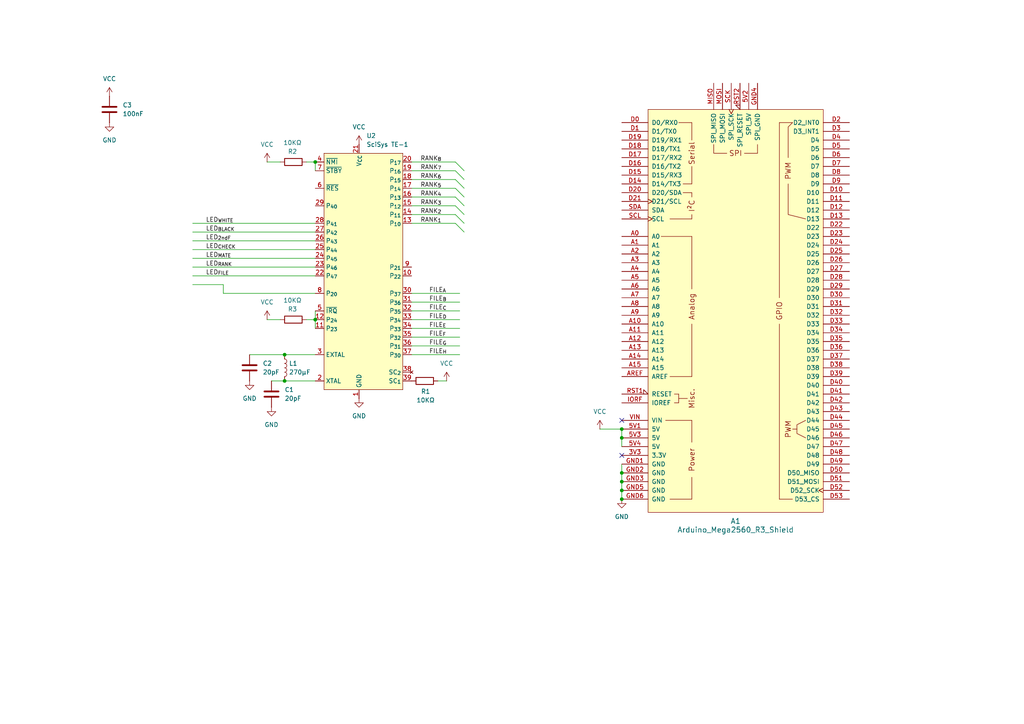
<source format=kicad_sch>
(kicad_sch (version 20250114) (generator "eeschema") (generator_version "9.0")
  (paper "A4")
  (title_block (title "LogiChess-Arduino for testing") (date "10/JAN/2026") (rev "WIP") (company "Brett Hallen"))
  (lib_symbols
    (symbol "Clueless_Engineer:SciSys TE-1"
      (property "Reference" "U2" (at 2.1433 0 0))
      (property "Value" "SciSys TE-1" (at 2.1433 -2.54 0))
      (symbol "SciSys TE-1_1_1"
        (text_box "" (at -10.16 -5.08 0) (size 22.86 -68.58) (margins 1.016 1.016 1.016 1.016) (fill (type color) (color 255 255 194 1)) (effects (font (size 1.27 1.27)) (justify left top)))
        (pin input line (at -12.7 -7.62 0) (length 2.54) (name "~{NMI}") (number "4"))
        (pin input line (at -12.7 -10.16 0) (length 2.54) (name "~{STBY}") (number "7"))
        (pin input line (at -12.7 -15.24 0) (length 2.54) (name "~{RES}") (number "6"))
        (pin output line (at -12.7 -20.32 0) (length 2.54) (name "P_{40}") (number "29"))
        (pin output line (at -12.7 -25.4 0) (length 2.54) (name "P_{41}") (number "28"))
        (pin output line (at -12.7 -27.94 0) (length 2.54) (name "P_{42}") (number "27"))
        (pin output line (at -12.7 -30.48 0) (length 2.54) (name "P_{43}") (number "26"))
        (pin output line (at -12.7 -33.02 0) (length 2.54) (name "P_{44}") (number "25"))
        (pin output line (at -12.7 -35.56 0) (length 2.54) (name "P_{45}") (number "24"))
        (pin output line (at -12.7 -38.1 0) (length 2.54) (name "P_{46}") (number "23"))
        (pin output line (at -12.7 -40.64 0) (length 2.54) (name "P_{47}") (number "22"))
        (pin input line (at -12.7 -45.72 0) (length 2.54) (name "P_{20}") (number "8"))
        (pin input line (at -12.7 -50.8 0) (length 2.54) (name "~{IRQ}") (number "5"))
        (pin input line (at -12.7 -53.34 0) (length 2.54) (name "P_{24}") (number "12"))
        (pin input line (at -12.7 -55.88 0) (length 2.54) (name "P_{23}") (number "11"))
        (pin passive line (at -12.7 -63.5 0) (length 2.54) (name "EXTAL") (number "3"))
        (pin passive line (at -12.7 -71.12 0) (length 2.54) (name "XTAL") (number "2"))
        (pin power_in line (at 0 -2.54 270) (length 2.54) (name "V_{CC}") (number "21"))
        (pin power_in line (at 0 -76.2 90) (length 2.54) (name "GND") (number "1"))
        (pin input line (at 15.24 -7.62 180) (length 2.54) (name "P_{17}") (number "20"))
        (pin input line (at 15.24 -10.16 180) (length 2.54) (name "P_{16}") (number "19"))
        (pin input line (at 15.24 -12.7 180) (length 2.54) (name "P_{15}") (number "18"))
        (pin input line (at 15.24 -15.24 180) (length 2.54) (name "P_{14}") (number "17"))
        (pin input line (at 15.24 -17.78 180) (length 2.54) (name "P_{13}") (number "16"))
        (pin input line (at 15.24 -20.32 180) (length 2.54) (name "P_{12}") (number "15"))
        (pin input line (at 15.24 -22.86 180) (length 2.54) (name "P_{11}") (number "14"))
        (pin input line (at 15.24 -25.4 180) (length 2.54) (name "P_{10}") (number "13"))
        (pin input line (at 15.24 -38.1 180) (length 2.54) (name "P_{21}") (number "9"))
        (pin input line (at 15.24 -40.64 180) (length 2.54) (name "P_{22}") (number "10"))
        (pin output line (at 15.24 -45.72 180) (length 2.54) (name "P_{37}") (number "30"))
        (pin output line (at 15.24 -48.26 180) (length 2.54) (name "P_{36}") (number "31"))
        (pin output line (at 15.24 -50.8 180) (length 2.54) (name "P_{35}") (number "32"))
        (pin output line (at 15.24 -53.34 180) (length 2.54) (name "P_{34}") (number "33"))
        (pin output line (at 15.24 -55.88 180) (length 2.54) (name "P_{33}") (number "34"))
        (pin output line (at 15.24 -58.42 180) (length 2.54) (name "P_{32}") (number "35"))
        (pin output line (at 15.24 -60.96 180) (length 2.54) (name "P_{31}") (number "36"))
        (pin output line (at 15.24 -63.5 180) (length 2.54) (name "P_{30}") (number "37"))
        (pin no_connect line (at 15.24 -68.58 180) (length 2.54) (name "SC_{2}") (number "38"))
        (pin input line (at 15.24 -71.12 180) (length 2.54) (name "SC_{1}") (number "39"))
      )
    )
    (symbol "Device:C" (pin_numbers (hide yes)) (pin_names (offset 0.254))
      (property "Reference" "C" (at 0.635 2.54 0))
      (property "Value" "C" (at 0.635 -2.54 0))
      (symbol "C_0_1"
        (polyline (pts (xy -2.032 0.762) (xy 2.032 0.762)) (stroke (width 0.508)))
        (polyline (pts (xy -2.032 -0.762) (xy 2.032 -0.762)) (stroke (width 0.508)))
      )
      (symbol "C_1_1"
        (pin passive line (at 0 3.81 270) (length 2.794) (name "~") (number "1"))
        (pin passive line (at 0 -3.81 90) (length 2.794) (name "~") (number "2"))
      )
    )
    (symbol "Device:L" (pin_numbers (hide yes)) (pin_names (offset 1.016) (hide yes))
      (property "Reference" "L" (at -1.27 0 90))
      (property "Value" "L" (at 1.905 0 90))
      (symbol "L_0_1"
        (arc (start 0 2.54) (mid 0.6323 1.905) (end 0 1.27))
        (arc (start 0 1.27) (mid 0.6323 0.635) (end 0 0))
        (arc (start 0 0) (mid 0.6323 -0.635) (end 0 -1.27))
        (arc (start 0 -1.27) (mid 0.6323 -1.905) (end 0 -2.54))
      )
      (symbol "L_1_1"
        (pin passive line (at 0 3.81 270) (length 1.27) (name "1") (number "1"))
        (pin passive line (at 0 -3.81 90) (length 1.27) (name "2") (number "2"))
      )
    )
    (symbol "Device:R" (pin_numbers (hide yes)) (pin_names (offset 0))
      (property "Reference" "R" (at 2.032 0 90))
      (property "Value" "R" (at 0 0 90))
      (symbol "R_0_1"
        (rectangle (start -1.016 -2.54) (end 1.016 2.54) (stroke (width 0.254)))
      )
      (symbol "R_1_1"
        (pin passive line (at 0 3.81 270) (length 1.27) (name "~") (number "1"))
        (pin passive line (at 0 -3.81 90) (length 1.27) (name "~") (number "2"))
      )
    )
    (symbol "arduino-library:Arduino_Mega2560_R3_Shield" (pin_names (offset 1.016))
      (property "Reference" "A" (at 0 -62.23 0))
      (property "Value" "Arduino_Mega2560_R3_Shield" (at 0 -66.04 0))
      (symbol "Arduino_Mega2560_R3_Shield_0_0"
        (rectangle (start -25.4 -58.42) (end 25.4 58.42) (fill (type background)))
        (polyline (pts (xy -21.59 21.59) (xy -12.7 21.59)))
        (rectangle (start -20.32 -31.75) (end -12.7 -31.75))
        (rectangle (start -19.05 26.67) (end -12.7 26.67))
        (rectangle (start -19.05 -19.05) (end -12.7 -19.05))
        (rectangle (start -19.05 -54.61) (end -12.7 -54.61))
        (rectangle (start -17.78 -24.13) (end -16.51 -24.13))
        (rectangle (start -17.78 -26.67) (end -16.51 -26.67))
        (rectangle (start -16.51 54.61) (end -12.7 54.61))
        (rectangle (start -16.51 -24.13) (end -16.51 -26.67))
        (rectangle (start -16.51 -25.4) (end -13.97 -25.4))
        (rectangle (start -15.24 36.83) (end -12.7 36.83))
        (rectangle (start -15.24 34.29) (end -12.7 34.29))
        (rectangle (start -12.7 49.53) (end -12.7 54.61))
        (rectangle (start -12.7 41.91) (end -12.7 36.83))
        (rectangle (start -12.7 34.29) (end -12.7 33.02))
        (rectangle (start -12.7 26.67) (end -12.7 27.94))
        (polyline (pts (xy -12.7 6.35) (xy -12.7 21.59)))
        (polyline (pts (xy -12.7 -19.05) (xy -12.7 -3.81)))
        (rectangle (start -12.7 -31.75) (end -12.7 -38.1))
        (rectangle (start -12.7 -54.61) (end -12.7 -48.26))
        (rectangle (start -6.35 48.26) (end -6.35 45.72))
        (rectangle (start -2.54 45.72) (end -6.35 45.72))
        (rectangle (start 6.35 48.26) (end 6.35 45.72))
        (rectangle (start 6.35 45.72) (end 2.54 45.72))
        (polyline (pts (xy 12.7 54.61) (xy 16.51 54.61)))
        (polyline (pts (xy 12.7 -54.61) (xy 16.51 -54.61)))
        (polyline (pts (xy 15.24 44.45) (xy 15.24 53.34) (xy 16.51 54.61)))
        (polyline (pts (xy 15.24 36.83) (xy 15.24 27.94) (xy 20.32 26.67)))
        (polyline (pts (xy 17.78 -34.29) (xy 16.51 -34.29)))
        (polyline (pts (xy 20.32 -31.75) (xy 17.78 -33.02) (xy 17.78 -35.56) (xy 20.32 -36.83)))
        (text "Serial" (at -12.7 45.72 900) (effects (font (size 1.524 1.524))))
        (text "I²C" (at -12.7 30.48 900) (effects (font (size 1.524 1.524))))
        (text "Analog" (at -12.7 1.27 900) (effects (font (size 1.524 1.524))))
        (text "Misc." (at -12.7 -25.4 900) (effects (font (size 1.524 1.524))))
        (text "Power" (at -12.7 -43.18 900) (effects (font (size 1.524 1.524))))
        (text "SPI" (at 0 45.72 0) (effects (font (size 1.524 1.524))))
        (text "PWM" (at 15.24 40.64 900) (effects (font (size 1.524 1.524))))
        (text "PWM" (at 15.24 -34.29 900) (effects (font (size 1.524 1.524))))
      )
      (symbol "Arduino_Mega2560_R3_Shield_1_0"
        (rectangle (start 12.7 54.61) (end 12.7 3.81))
        (rectangle (start 12.7 -54.61) (end 12.7 -3.81))
        (text "GPIO" (at 12.7 0 900) (effects (font (size 1.524 1.524))))
      )
      (symbol "Arduino_Mega2560_R3_Shield_1_1"
        (pin bidirectional line (at -33.02 54.61 0) (length 7.62) (name "D0/RX0") (number "D0"))
        (pin bidirectional line (at -33.02 52.07 0) (length 7.62) (name "D1/TX0") (number "D1"))
        (pin bidirectional line (at -33.02 49.53 0) (length 7.62) (name "D19/RX1") (number "D19"))
        (pin bidirectional line (at -33.02 46.99 0) (length 7.62) (name "D18/TX1") (number "D18"))
        (pin bidirectional line (at -33.02 44.45 0) (length 7.62) (name "D17/RX2") (number "D17"))
        (pin bidirectional line (at -33.02 41.91 0) (length 7.62) (name "D16/TX2") (number "D16"))
        (pin bidirectional line (at -33.02 39.37 0) (length 7.62) (name "D15/RX3") (number "D15"))
        (pin bidirectional line (at -33.02 36.83 0) (length 7.62) (name "D14/TX3") (number "D14"))
        (pin bidirectional line (at -33.02 34.29 0) (length 7.62) (name "D20/SDA") (number "D20"))
        (pin bidirectional clock (at -33.02 31.75 0) (length 7.62) (name "D21/SCL") (number "D21"))
        (pin bidirectional line (at -33.02 29.21 0) (length 7.62) (name "SDA") (number "SDA"))
        (pin bidirectional clock (at -33.02 26.67 0) (length 7.62) (name "SCL") (number "SCL"))
        (pin bidirectional line (at -33.02 21.59 0) (length 7.62) (name "A0") (number "A0"))
        (pin bidirectional line (at -33.02 19.05 0) (length 7.62) (name "A1") (number "A1"))
        (pin bidirectional line (at -33.02 16.51 0) (length 7.62) (name "A2") (number "A2"))
        (pin bidirectional line (at -33.02 13.97 0) (length 7.62) (name "A3") (number "A3"))
        (pin bidirectional line (at -33.02 11.43 0) (length 7.62) (name "A4") (number "A4"))
        (pin bidirectional line (at -33.02 8.89 0) (length 7.62) (name "A5") (number "A5"))
        (pin bidirectional line (at -33.02 6.35 0) (length 7.62) (name "A6") (number "A6"))
        (pin bidirectional line (at -33.02 3.81 0) (length 7.62) (name "A7") (number "A7"))
        (pin bidirectional line (at -33.02 1.27 0) (length 7.62) (name "A8") (number "A8"))
        (pin bidirectional line (at -33.02 -1.27 0) (length 7.62) (name "A9") (number "A9"))
        (pin bidirectional line (at -33.02 -3.81 0) (length 7.62) (name "A10") (number "A10"))
        (pin bidirectional line (at -33.02 -6.35 0) (length 7.62) (name "A11") (number "A11"))
        (pin bidirectional line (at -33.02 -8.89 0) (length 7.62) (name "A12") (number "A12"))
        (pin bidirectional line (at -33.02 -11.43 0) (length 7.62) (name "A13") (number "A13"))
        (pin bidirectional line (at -33.02 -13.97 0) (length 7.62) (name "A14") (number "A14"))
        (pin bidirectional line (at -33.02 -16.51 0) (length 7.62) (name "A15") (number "A15"))
        (pin input line (at -33.02 -19.05 0) (length 7.62) (name "AREF") (number "AREF"))
        (pin open_collector input_low (at -33.02 -24.13 0) (length 7.62) (name "RESET") (number "RST1"))
        (pin output line (at -33.02 -26.67 0) (length 7.62) (name "IOREF") (number "IORF"))
        (pin power_in line (at -33.02 -31.75 0) (length 7.62) (name "VIN") (number "VIN"))
        (pin power_in line (at -33.02 -34.29 0) (length 7.62) (name "5V") (number "5V1"))
        (pin power_in line (at -33.02 -36.83 0) (length 7.62) (name "5V") (number "5V3"))
        (pin power_in line (at -33.02 -39.37 0) (length 7.62) (name "5V") (number "5V4"))
        (pin power_out line (at -33.02 -41.91 0) (length 7.62) (name "3.3V") (number "3V3"))
        (pin power_in line (at -33.02 -44.45 0) (length 7.62) (name "GND") (number "GND1"))
        (pin power_in line (at -33.02 -46.99 0) (length 7.62) (name "GND") (number "GND2"))
        (pin power_in line (at -33.02 -49.53 0) (length 7.62) (name "GND") (number "GND3"))
        (pin power_in line (at -33.02 -52.07 0) (length 7.62) (name "GND") (number "GND5"))
        (pin power_in line (at -33.02 -54.61 0) (length 7.62) (name "GND") (number "GND6"))
        (pin input line (at -6.35 66.04 270) (length 7.62) (name "SPI_MISO") (number "MISO"))
        (pin output line (at -3.81 66.04 270) (length 7.62) (name "SPI_MOSI") (number "MOSI"))
        (pin output clock (at -1.27 66.04 270) (length 7.62) (name "SPI_SCK") (number "SCK"))
        (pin open_collector input_low (at 1.27 66.04 270) (length 7.62) (name "SPI_RESET") (number "RST2"))
        (pin power_in line (at 3.81 66.04 270) (length 7.62) (name "SPI_5V") (number "5V2"))
        (pin power_in line (at 6.35 66.04 270) (length 7.62) (name "SPI_GND") (number "GND4"))
        (pin bidirectional line (at 33.02 54.61 180) (length 7.62) (name "D2_INT0") (number "D2"))
        (pin bidirectional line (at 33.02 52.07 180) (length 7.62) (name "D3_INT1") (number "D3"))
        (pin bidirectional line (at 33.02 49.53 180) (length 7.62) (name "D4") (number "D4"))
        (pin bidirectional line (at 33.02 46.99 180) (length 7.62) (name "D5") (number "D5"))
        (pin bidirectional line (at 33.02 44.45 180) (length 7.62) (name "D6") (number "D6"))
        (pin bidirectional line (at 33.02 41.91 180) (length 7.62) (name "D7") (number "D7"))
        (pin bidirectional line (at 33.02 39.37 180) (length 7.62) (name "D8") (number "D8"))
        (pin bidirectional line (at 33.02 36.83 180) (length 7.62) (name "D9") (number "D9"))
        (pin bidirectional line (at 33.02 34.29 180) (length 7.62) (name "D10") (number "D10"))
        (pin bidirectional line (at 33.02 31.75 180) (length 7.62) (name "D11") (number "D11"))
        (pin bidirectional line (at 33.02 29.21 180) (length 7.62) (name "D12") (number "D12"))
        (pin bidirectional line (at 33.02 26.67 180) (length 7.62) (name "D13") (number "D13"))
        (pin bidirectional line (at 33.02 24.13 180) (length 7.62) (name "D22") (number "D22"))
        (pin bidirectional line (at 33.02 21.59 180) (length 7.62) (name "D23") (number "D23"))
        (pin bidirectional line (at 33.02 19.05 180) (length 7.62) (name "D24") (number "D24"))
        (pin bidirectional line (at 33.02 16.51 180) (length 7.62) (name "D25") (number "D25"))
        (pin bidirectional line (at 33.02 13.97 180) (length 7.62) (name "D26") (number "D26"))
        (pin bidirectional line (at 33.02 11.43 180) (length 7.62) (name "D27") (number "D27"))
        (pin bidirectional line (at 33.02 8.89 180) (length 7.62) (name "D28") (number "D28"))
        (pin bidirectional line (at 33.02 6.35 180) (length 7.62) (name "D29") (number "D29"))
        (pin bidirectional line (at 33.02 3.81 180) (length 7.62) (name "D30") (number "D30"))
        (pin bidirectional line (at 33.02 1.27 180) (length 7.62) (name "D31") (number "D31"))
        (pin bidirectional line (at 33.02 -1.27 180) (length 7.62) (name "D32") (number "D32"))
        (pin bidirectional line (at 33.02 -3.81 180) (length 7.62) (name "D33") (number "D33"))
        (pin bidirectional line (at 33.02 -6.35 180) (length 7.62) (name "D34") (number "D34"))
        (pin bidirectional line (at 33.02 -8.89 180) (length 7.62) (name "D35") (number "D35"))
        (pin bidirectional line (at 33.02 -11.43 180) (length 7.62) (name "D36") (number "D36"))
        (pin bidirectional line (at 33.02 -13.97 180) (length 7.62) (name "D37") (number "D37"))
        (pin bidirectional line (at 33.02 -16.51 180) (length 7.62) (name "D38") (number "D38"))
        (pin bidirectional line (at 33.02 -19.05 180) (length 7.62) (name "D39") (number "D39"))
        (pin bidirectional line (at 33.02 -21.59 180) (length 7.62) (name "D40") (number "D40"))
        (pin bidirectional line (at 33.02 -24.13 180) (length 7.62) (name "D41") (number "D41"))
        (pin bidirectional line (at 33.02 -26.67 180) (length 7.62) (name "D42") (number "D42"))
        (pin bidirectional line (at 33.02 -29.21 180) (length 7.62) (name "D43") (number "D43"))
        (pin bidirectional line (at 33.02 -31.75 180) (length 7.62) (name "D44") (number "D44"))
        (pin bidirectional line (at 33.02 -34.29 180) (length 7.62) (name "D45") (number "D45"))
        (pin bidirectional line (at 33.02 -36.83 180) (length 7.62) (name "D46") (number "D46"))
        (pin bidirectional line (at 33.02 -39.37 180) (length 7.62) (name "D47") (number "D47"))
        (pin bidirectional line (at 33.02 -41.91 180) (length 7.62) (name "D48") (number "D48"))
        (pin bidirectional line (at 33.02 -44.45 180) (length 7.62) (name "D49") (number "D49"))
        (pin bidirectional line (at 33.02 -46.99 180) (length 7.62) (name "D50_MISO") (number "D50"))
        (pin bidirectional line (at 33.02 -49.53 180) (length 7.62) (name "D51_MOSI") (number "D51"))
        (pin bidirectional clock (at 33.02 -52.07 180) (length 7.62) (name "D52_SCK") (number "D52"))
        (pin bidirectional line (at 33.02 -54.61 180) (length 7.62) (name "D53_CS") (number "D53"))
      )
    )
    (symbol "power:GND" (power) (pin_numbers (hide yes)) (pin_names (offset 0) (hide yes))
      (property "Value" "GND" (at 0 -3.81 0))
      (symbol "GND_0_1"
        (polyline (pts (xy 0 0) (xy 0 -1.27) (xy 1.27 -1.27) (xy 0 -2.54) (xy -1.27 -1.27) (xy 0 -1.27)))
      )
      (symbol "GND_1_1"
        (pin power_in line (at 0 0 270) (length 0) (name "~") (number "1"))
      )
    )
    (symbol "power:VCC" (power) (pin_numbers (hide yes)) (pin_names (offset 0) (hide yes))
      (property "Value" "VCC" (at 0 3.556 0))
      (symbol "VCC_0_1"
        (polyline (pts (xy -0.762 1.27) (xy 0 2.54)))
        (polyline (pts (xy 0 2.54) (xy 0.762 1.27)))
        (polyline (pts (xy 0 0) (xy 0 2.54)))
      )
      (symbol "VCC_1_1"
        (pin power_in line (at 0 0 90) (length 0) (name "~") (number "1"))
      )
    )
  )
  (junction (at 180.34 124.46))
  (junction (at 91.44 46.99))
  (junction (at 180.34 127))
  (junction (at 180.34 137.16))
  (junction (at 82.55 102.87))
  (junction (at 82.55 110.49))
  (junction (at 180.34 144.78))
  (junction (at 180.34 139.7))
  (junction (at 180.34 142.24))
  (junction (at 91.44 92.71))
  (no_connect (at 180.34 121.92))
  (no_connect (at 180.34 132.08))
  (bus_entry (at 132.08 62.23) (size 2.54 2.54))
  (bus_entry (at 132.08 64.77) (size 2.54 2.54))
  (bus_entry (at 132.08 46.99) (size 2.54 2.54))
  (bus_entry (at 132.08 54.61) (size 2.54 2.54))
  (bus_entry (at 132.08 49.53) (size 2.54 2.54))
  (bus_entry (at 132.08 57.15) (size 2.54 2.54))
  (bus_entry (at 132.08 52.07) (size 2.54 2.54))
  (bus_entry (at 132.08 59.69) (size 2.54 2.54))
  (wire (pts (xy 180.34 134.62) (xy 180.34 137.16)))
  (wire (pts (xy 119.38 90.17) (xy 133.35 90.17)))
  (wire (pts (xy 119.38 62.23) (xy 132.08 62.23)))
  (wire (pts (xy 78.74 110.49) (xy 82.55 110.49)))
  (wire (pts (xy 119.38 95.25) (xy 133.35 95.25)))
  (wire (pts (xy 64.77 85.09) (xy 64.77 82.55)))
  (wire (pts (xy 91.44 92.71) (xy 91.44 95.25)))
  (wire (pts (xy 180.34 137.16) (xy 180.34 139.7)))
  (wire (pts (xy 119.38 85.09) (xy 133.35 85.09)))
  (wire (pts (xy 119.38 49.53) (xy 132.08 49.53)))
  (wire (pts (xy 180.34 124.46) (xy 180.34 127)))
  (wire (pts (xy 119.38 54.61) (xy 132.08 54.61)))
  (wire (pts (xy 91.44 46.99) (xy 91.44 49.53)))
  (wire (pts (xy 82.55 102.87) (xy 91.44 102.87)))
  (wire (pts (xy 55.88 64.77) (xy 91.44 64.77)))
  (wire (pts (xy 55.88 72.39) (xy 91.44 72.39)))
  (wire (pts (xy 55.88 69.85) (xy 91.44 69.85)))
  (wire (pts (xy 180.34 142.24) (xy 180.34 144.78)))
  (wire (pts (xy 119.38 100.33) (xy 133.35 100.33)))
  (wire (pts (xy 88.9 46.99) (xy 91.44 46.99)))
  (wire (pts (xy 119.38 92.71) (xy 133.35 92.71)))
  (wire (pts (xy 119.38 59.69) (xy 132.08 59.69)))
  (wire (pts (xy 180.34 139.7) (xy 180.34 142.24)))
  (wire (pts (xy 119.38 52.07) (xy 132.08 52.07)))
  (wire (pts (xy 119.38 46.99) (xy 132.08 46.99)))
  (wire (pts (xy 129.54 110.49) (xy 127 110.49)))
  (wire (pts (xy 64.77 82.55) (xy 55.88 82.55)))
  (wire (pts (xy 119.38 64.77) (xy 132.08 64.77)))
  (wire (pts (xy 88.9 92.71) (xy 91.44 92.71)))
  (wire (pts (xy 119.38 87.63) (xy 133.35 87.63)))
  (wire (pts (xy 173.99 124.46) (xy 180.34 124.46)))
  (wire (pts (xy 55.88 80.01) (xy 91.44 80.01)))
  (wire (pts (xy 82.55 110.49) (xy 91.44 110.49)))
  (wire (pts (xy 72.39 102.87) (xy 82.55 102.87)))
  (wire (pts (xy 55.88 77.47) (xy 91.44 77.47)))
  (wire (pts (xy 119.38 97.79) (xy 133.35 97.79)))
  (wire (pts (xy 77.47 46.99) (xy 81.28 46.99)))
  (wire (pts (xy 119.38 57.15) (xy 132.08 57.15)))
  (wire (pts (xy 55.88 74.93) (xy 91.44 74.93)))
  (wire (pts (xy 91.44 85.09) (xy 64.77 85.09)))
  (wire (pts (xy 91.44 90.17) (xy 91.44 92.71)))
  (wire (pts (xy 77.47 92.71) (xy 81.28 92.71)))
  (wire (pts (xy 180.34 127) (xy 180.34 129.54)))
  (wire (pts (xy 55.88 67.31) (xy 91.44 67.31)))
  (wire (pts (xy 119.38 102.87) (xy 133.35 102.87)))
  (label "RANK_{7}" (at 121.92 49.53 0))
  (label "FILE_{G}" (at 124.46 100.33 0))
  (label "FILE_{F}" (at 124.46 97.79 0))
  (label "FILE_{E}" (at 124.46 95.25 0))
  (label "FILE_{C}" (at 124.46 90.17 0))
  (label "FILE_{D}" (at 124.46 92.71 0))
  (label "FILE_{H}" (at 124.46 102.87 0))
  (label "RANK_{1}" (at 121.92 64.77 0))
  (label "FILE_{B}" (at 124.46 87.63 0))
  (label "FILE_{A}" (at 124.46 85.09 0))
  (label "RANK_{6}" (at 121.92 52.07 0))
  (label "RANK_{8}" (at 121.92 46.99 0))
  (label "RANK_{5}" (at 121.92 54.61 0))
  (label "RANK_{3}" (at 121.92 59.69 0))
  (label "LED_{WHITE}" (at 59.69 64.77 0))
  (label "LED_{2ndF}" (at 59.69 69.85 0))
  (label "LED_{BLACK}" (at 59.69 67.31 0))
  (label "LED_{CHECK}" (at 59.69 72.39 0))
  (label "LED_{MATE}" (at 59.69 74.93 0))
  (label "LED_{FILE}" (at 59.69 80.01 0))
  (label "LED_{RANK}" (at 59.69 77.47 0))
  (label "RANK_{4}" (at 121.92 57.15 0))
  (label "RANK_{2}" (at 121.92 62.23 0))
  (symbol (lib_id "power:VCC") (at 173.99 124.46 0) (unit 1)
    (property "Reference" "#PWR06" (effects (hide yes)))
    (property "Value" "VCC" (at 173.99 119.38 0))
    (property "Description" "Power symbol creates a global label with name \"VCC\"" (effects (hide yes)))
  )
  (symbol (lib_id "power:VCC") (at 31.75 27.94 0) (unit 1)
    (property "Reference" "#PWR08" (effects (hide yes)))
    (property "Value" "VCC" (at 31.75 22.86 0))
    (property "Description" "Power symbol creates a global label with name \"VCC\"" (effects (hide yes)))
  )
  (symbol (lib_id "Device:R") (at 123.19 110.49 90) (unit 1)
    (property "Reference" "R1" (at 123.444 113.538 90))
    (property "Value" "10KΩ" (at 123.444 116.078 90))
    (property "Description" "Resistor" (effects (hide yes)))
  )
  (symbol (lib_id "Device:C") (at 78.74 114.3 0) (unit 1)
    (property "Reference" "C1" (at 82.55 113.0299 0) (effects (justify left)))
    (property "Value" "20pF" (at 82.55 115.5699 0) (effects (justify left)))
    (property "Description" "Unpolarized capacitor" (effects (hide yes)))
  )
  (symbol (lib_id "power:VCC") (at 77.47 92.71 0) (unit 1)
    (property "Reference" "#PWR011" (effects (hide yes)))
    (property "Value" "VCC" (at 77.47 87.63 0))
    (property "Description" "Power symbol creates a global label with name \"VCC\"" (effects (hide yes)))
  )
  (symbol (lib_id "Device:C") (at 31.75 31.75 0) (unit 1)
    (property "Reference" "C3" (at 35.56 30.4799 0) (effects (justify left)))
    (property "Value" "100nF" (at 35.56 33.0199 0) (effects (justify left)))
    (property "Description" "Unpolarized capacitor" (effects (hide yes)))
  )
  (symbol (lib_id "Device:R") (at 85.09 46.99 270) (unit 1)
    (property "Reference" "R2" (at 84.836 43.942 90))
    (property "Value" "10KΩ" (at 84.836 41.402 90))
    (property "Description" "Resistor" (effects (hide yes)))
  )
  (symbol (lib_id "power:VCC") (at 77.47 46.99 0) (unit 1)
    (property "Reference" "#PWR010" (effects (hide yes)))
    (property "Value" "VCC" (at 77.47 41.91 0))
    (property "Description" "Power symbol creates a global label with name \"VCC\"" (effects (hide yes)))
  )
  (symbol (lib_id "power:GND") (at 78.74 118.11 0) (unit 1)
    (property "Reference" "#PWR01" (effects (hide yes)))
    (property "Value" "GND" (at 78.74 123.19 0))
    (property "Description" "Power symbol creates a global label with name \"GND\" , ground" (effects (hide yes)))
  )
  (symbol (lib_id "power:GND") (at 104.14 115.57 0) (unit 1)
    (property "Reference" "#PWR03" (effects (hide yes)))
    (property "Value" "GND" (at 104.14 120.65 0))
    (property "Description" "Power symbol creates a global label with name \"GND\" , ground" (effects (hide yes)))
  )
  (symbol (lib_id "Device:L") (at 82.55 106.68 0) (unit 1)
    (property "Reference" "L1" (at 83.82 105.4099 0) (effects (justify left)))
    (property "Value" "270µF" (at 83.82 107.9499 0) (effects (justify left)))
    (property "Description" "Inductor" (effects (hide yes)))
  )
  (symbol (lib_id "arduino-library:Arduino_Mega2560_R3_Shield") (at 213.36 90.17 0) (unit 1)
    (property "Reference" "A1" (at 213.36 151.13 0) (effects (font (size 1.524 1.524))))
    (property "Value" "Arduino_Mega2560_R3_Shield" (at 213.36 153.67 0) (effects (font (size 1.524 1.524))))
    (property "Footprint" "PCM_arduino-library:Arduino_Mega2560_R3_Shield" (effects (hide yes)))
    (property "Datasheet" "https://docs.arduino.cc/hardware/mega-2560" (effects (hide yes)))
    (property "Description" "Shield for Arduino Mega 2560 R3" (effects (hide yes)))
  )
  (symbol (lib_id "Device:R") (at 85.09 92.71 270) (unit 1)
    (property "Reference" "R3" (at 84.836 89.662 90))
    (property "Value" "10KΩ" (at 84.836 87.122 90))
    (property "Description" "Resistor" (effects (hide yes)))
  )
  (symbol (lib_id "Device:C") (at 72.39 106.68 0) (unit 1)
    (property "Reference" "C2" (at 76.2 105.4099 0) (effects (justify left)))
    (property "Value" "20pF" (at 76.2 107.9499 0) (effects (justify left)))
    (property "Description" "Unpolarized capacitor" (effects (hide yes)))
  )
  (symbol (lib_id "power:GND") (at 72.39 110.49 0) (unit 1)
    (property "Reference" "#PWR07" (effects (hide yes)))
    (property "Value" "GND" (at 72.39 115.57 0))
    (property "Description" "Power symbol creates a global label with name \"GND\" , ground" (effects (hide yes)))
  )
  (symbol (lib_id "power:VCC") (at 129.54 110.49 0) (unit 1)
    (property "Reference" "#PWR09" (effects (hide yes)))
    (property "Value" "VCC" (at 129.54 105.41 0))
    (property "Description" "Power symbol creates a global label with name \"VCC\"" (effects (hide yes)))
  )
  (symbol (lib_id "power:GND") (at 31.75 35.56 0) (unit 1)
    (property "Reference" "#PWR02" (effects (hide yes)))
    (property "Value" "GND" (at 31.75 40.64 0))
    (property "Description" "Power symbol creates a global label with name \"GND\" , ground" (effects (hide yes)))
  )
  (symbol (lib_id "power:VCC") (at 104.14 41.91 0) (unit 1)
    (property "Reference" "#PWR05" (effects (hide yes)))
    (property "Value" "VCC" (at 104.14 36.83 0))
    (property "Description" "Power symbol creates a global label with name \"VCC\"" (effects (hide yes)))
  )
  (symbol (lib_id "Clueless_Engineer:SciSys TE-1") (at 104.14 39.37 0) (unit 1)
    (property "Reference" "U2" (at 106.2833 39.37 0) (effects (justify left)))
    (property "Value" "SciSys TE-1" (at 106.2833 41.91 0) (effects (justify left)))
    (property "Footprint" "Package_DIP:DIP-40_W15.24mm" (effects (hide yes)))
    (property "Description" "Hitachi HD6301" (effects (hide yes)))
  )
  (symbol (lib_id "power:GND") (at 180.34 144.78 0) (unit 1)
    (property "Reference" "#PWR04" (effects (hide yes)))
    (property "Value" "GND" (at 180.34 149.86 0))
    (property "Description" "Power symbol creates a global label with name \"GND\" , ground" (effects (hide yes)))
  )
)
</source>
